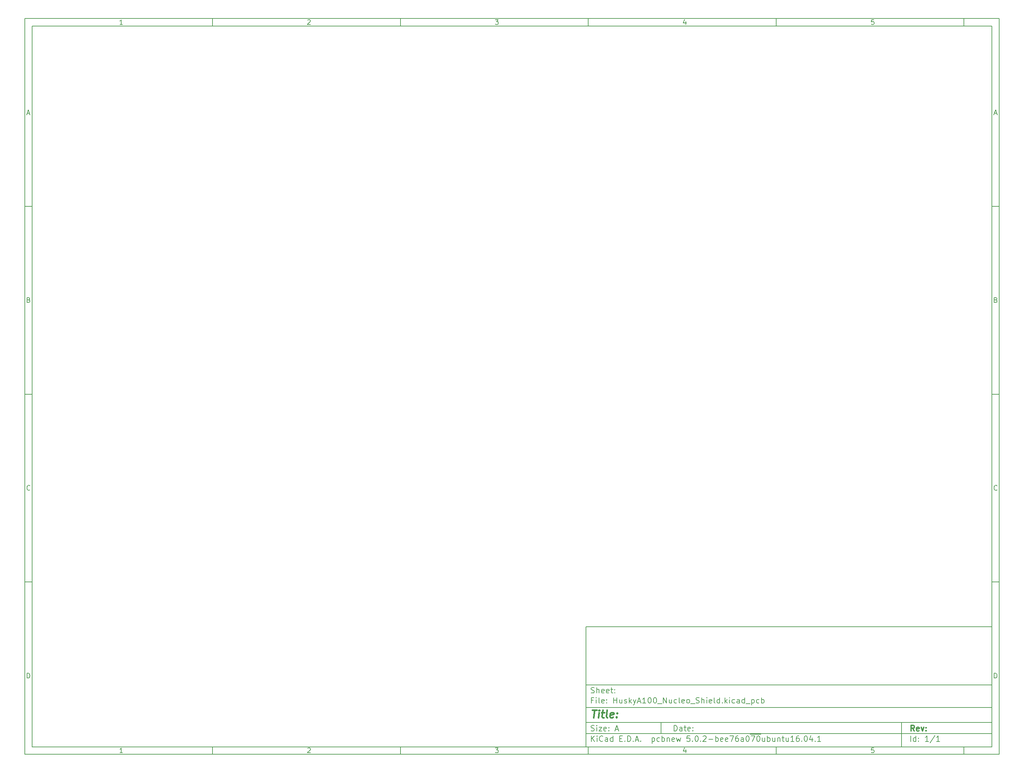
<source format=gbr>
G04 #@! TF.GenerationSoftware,KiCad,Pcbnew,5.0.2-bee76a0~70~ubuntu16.04.1*
G04 #@! TF.CreationDate,2019-01-25T11:05:23-05:00*
G04 #@! TF.ProjectId,HuskyA100_Nucleo_Shield,4875736b-7941-4313-9030-5f4e75636c65,rev?*
G04 #@! TF.SameCoordinates,Original*
G04 #@! TF.FileFunction,Paste,Bot*
G04 #@! TF.FilePolarity,Positive*
%FSLAX46Y46*%
G04 Gerber Fmt 4.6, Leading zero omitted, Abs format (unit mm)*
G04 Created by KiCad (PCBNEW 5.0.2-bee76a0~70~ubuntu16.04.1) date Fri 25 Jan 2019 11:05:23 AM EST*
%MOMM*%
%LPD*%
G01*
G04 APERTURE LIST*
%ADD10C,0.100000*%
%ADD11C,0.150000*%
%ADD12C,0.300000*%
%ADD13C,0.400000*%
G04 APERTURE END LIST*
D10*
D11*
X159400000Y-171900000D02*
X159400000Y-203900000D01*
X267400000Y-203900000D01*
X267400000Y-171900000D01*
X159400000Y-171900000D01*
D10*
D11*
X10000000Y-10000000D02*
X10000000Y-205900000D01*
X269400000Y-205900000D01*
X269400000Y-10000000D01*
X10000000Y-10000000D01*
D10*
D11*
X12000000Y-12000000D02*
X12000000Y-203900000D01*
X267400000Y-203900000D01*
X267400000Y-12000000D01*
X12000000Y-12000000D01*
D10*
D11*
X60000000Y-12000000D02*
X60000000Y-10000000D01*
D10*
D11*
X110000000Y-12000000D02*
X110000000Y-10000000D01*
D10*
D11*
X160000000Y-12000000D02*
X160000000Y-10000000D01*
D10*
D11*
X210000000Y-12000000D02*
X210000000Y-10000000D01*
D10*
D11*
X260000000Y-12000000D02*
X260000000Y-10000000D01*
D10*
D11*
X36065476Y-11588095D02*
X35322619Y-11588095D01*
X35694047Y-11588095D02*
X35694047Y-10288095D01*
X35570238Y-10473809D01*
X35446428Y-10597619D01*
X35322619Y-10659523D01*
D10*
D11*
X85322619Y-10411904D02*
X85384523Y-10350000D01*
X85508333Y-10288095D01*
X85817857Y-10288095D01*
X85941666Y-10350000D01*
X86003571Y-10411904D01*
X86065476Y-10535714D01*
X86065476Y-10659523D01*
X86003571Y-10845238D01*
X85260714Y-11588095D01*
X86065476Y-11588095D01*
D10*
D11*
X135260714Y-10288095D02*
X136065476Y-10288095D01*
X135632142Y-10783333D01*
X135817857Y-10783333D01*
X135941666Y-10845238D01*
X136003571Y-10907142D01*
X136065476Y-11030952D01*
X136065476Y-11340476D01*
X136003571Y-11464285D01*
X135941666Y-11526190D01*
X135817857Y-11588095D01*
X135446428Y-11588095D01*
X135322619Y-11526190D01*
X135260714Y-11464285D01*
D10*
D11*
X185941666Y-10721428D02*
X185941666Y-11588095D01*
X185632142Y-10226190D02*
X185322619Y-11154761D01*
X186127380Y-11154761D01*
D10*
D11*
X236003571Y-10288095D02*
X235384523Y-10288095D01*
X235322619Y-10907142D01*
X235384523Y-10845238D01*
X235508333Y-10783333D01*
X235817857Y-10783333D01*
X235941666Y-10845238D01*
X236003571Y-10907142D01*
X236065476Y-11030952D01*
X236065476Y-11340476D01*
X236003571Y-11464285D01*
X235941666Y-11526190D01*
X235817857Y-11588095D01*
X235508333Y-11588095D01*
X235384523Y-11526190D01*
X235322619Y-11464285D01*
D10*
D11*
X60000000Y-203900000D02*
X60000000Y-205900000D01*
D10*
D11*
X110000000Y-203900000D02*
X110000000Y-205900000D01*
D10*
D11*
X160000000Y-203900000D02*
X160000000Y-205900000D01*
D10*
D11*
X210000000Y-203900000D02*
X210000000Y-205900000D01*
D10*
D11*
X260000000Y-203900000D02*
X260000000Y-205900000D01*
D10*
D11*
X36065476Y-205488095D02*
X35322619Y-205488095D01*
X35694047Y-205488095D02*
X35694047Y-204188095D01*
X35570238Y-204373809D01*
X35446428Y-204497619D01*
X35322619Y-204559523D01*
D10*
D11*
X85322619Y-204311904D02*
X85384523Y-204250000D01*
X85508333Y-204188095D01*
X85817857Y-204188095D01*
X85941666Y-204250000D01*
X86003571Y-204311904D01*
X86065476Y-204435714D01*
X86065476Y-204559523D01*
X86003571Y-204745238D01*
X85260714Y-205488095D01*
X86065476Y-205488095D01*
D10*
D11*
X135260714Y-204188095D02*
X136065476Y-204188095D01*
X135632142Y-204683333D01*
X135817857Y-204683333D01*
X135941666Y-204745238D01*
X136003571Y-204807142D01*
X136065476Y-204930952D01*
X136065476Y-205240476D01*
X136003571Y-205364285D01*
X135941666Y-205426190D01*
X135817857Y-205488095D01*
X135446428Y-205488095D01*
X135322619Y-205426190D01*
X135260714Y-205364285D01*
D10*
D11*
X185941666Y-204621428D02*
X185941666Y-205488095D01*
X185632142Y-204126190D02*
X185322619Y-205054761D01*
X186127380Y-205054761D01*
D10*
D11*
X236003571Y-204188095D02*
X235384523Y-204188095D01*
X235322619Y-204807142D01*
X235384523Y-204745238D01*
X235508333Y-204683333D01*
X235817857Y-204683333D01*
X235941666Y-204745238D01*
X236003571Y-204807142D01*
X236065476Y-204930952D01*
X236065476Y-205240476D01*
X236003571Y-205364285D01*
X235941666Y-205426190D01*
X235817857Y-205488095D01*
X235508333Y-205488095D01*
X235384523Y-205426190D01*
X235322619Y-205364285D01*
D10*
D11*
X10000000Y-60000000D02*
X12000000Y-60000000D01*
D10*
D11*
X10000000Y-110000000D02*
X12000000Y-110000000D01*
D10*
D11*
X10000000Y-160000000D02*
X12000000Y-160000000D01*
D10*
D11*
X10690476Y-35216666D02*
X11309523Y-35216666D01*
X10566666Y-35588095D02*
X11000000Y-34288095D01*
X11433333Y-35588095D01*
D10*
D11*
X11092857Y-84907142D02*
X11278571Y-84969047D01*
X11340476Y-85030952D01*
X11402380Y-85154761D01*
X11402380Y-85340476D01*
X11340476Y-85464285D01*
X11278571Y-85526190D01*
X11154761Y-85588095D01*
X10659523Y-85588095D01*
X10659523Y-84288095D01*
X11092857Y-84288095D01*
X11216666Y-84350000D01*
X11278571Y-84411904D01*
X11340476Y-84535714D01*
X11340476Y-84659523D01*
X11278571Y-84783333D01*
X11216666Y-84845238D01*
X11092857Y-84907142D01*
X10659523Y-84907142D01*
D10*
D11*
X11402380Y-135464285D02*
X11340476Y-135526190D01*
X11154761Y-135588095D01*
X11030952Y-135588095D01*
X10845238Y-135526190D01*
X10721428Y-135402380D01*
X10659523Y-135278571D01*
X10597619Y-135030952D01*
X10597619Y-134845238D01*
X10659523Y-134597619D01*
X10721428Y-134473809D01*
X10845238Y-134350000D01*
X11030952Y-134288095D01*
X11154761Y-134288095D01*
X11340476Y-134350000D01*
X11402380Y-134411904D01*
D10*
D11*
X10659523Y-185588095D02*
X10659523Y-184288095D01*
X10969047Y-184288095D01*
X11154761Y-184350000D01*
X11278571Y-184473809D01*
X11340476Y-184597619D01*
X11402380Y-184845238D01*
X11402380Y-185030952D01*
X11340476Y-185278571D01*
X11278571Y-185402380D01*
X11154761Y-185526190D01*
X10969047Y-185588095D01*
X10659523Y-185588095D01*
D10*
D11*
X269400000Y-60000000D02*
X267400000Y-60000000D01*
D10*
D11*
X269400000Y-110000000D02*
X267400000Y-110000000D01*
D10*
D11*
X269400000Y-160000000D02*
X267400000Y-160000000D01*
D10*
D11*
X268090476Y-35216666D02*
X268709523Y-35216666D01*
X267966666Y-35588095D02*
X268400000Y-34288095D01*
X268833333Y-35588095D01*
D10*
D11*
X268492857Y-84907142D02*
X268678571Y-84969047D01*
X268740476Y-85030952D01*
X268802380Y-85154761D01*
X268802380Y-85340476D01*
X268740476Y-85464285D01*
X268678571Y-85526190D01*
X268554761Y-85588095D01*
X268059523Y-85588095D01*
X268059523Y-84288095D01*
X268492857Y-84288095D01*
X268616666Y-84350000D01*
X268678571Y-84411904D01*
X268740476Y-84535714D01*
X268740476Y-84659523D01*
X268678571Y-84783333D01*
X268616666Y-84845238D01*
X268492857Y-84907142D01*
X268059523Y-84907142D01*
D10*
D11*
X268802380Y-135464285D02*
X268740476Y-135526190D01*
X268554761Y-135588095D01*
X268430952Y-135588095D01*
X268245238Y-135526190D01*
X268121428Y-135402380D01*
X268059523Y-135278571D01*
X267997619Y-135030952D01*
X267997619Y-134845238D01*
X268059523Y-134597619D01*
X268121428Y-134473809D01*
X268245238Y-134350000D01*
X268430952Y-134288095D01*
X268554761Y-134288095D01*
X268740476Y-134350000D01*
X268802380Y-134411904D01*
D10*
D11*
X268059523Y-185588095D02*
X268059523Y-184288095D01*
X268369047Y-184288095D01*
X268554761Y-184350000D01*
X268678571Y-184473809D01*
X268740476Y-184597619D01*
X268802380Y-184845238D01*
X268802380Y-185030952D01*
X268740476Y-185278571D01*
X268678571Y-185402380D01*
X268554761Y-185526190D01*
X268369047Y-185588095D01*
X268059523Y-185588095D01*
D10*
D11*
X182832142Y-199678571D02*
X182832142Y-198178571D01*
X183189285Y-198178571D01*
X183403571Y-198250000D01*
X183546428Y-198392857D01*
X183617857Y-198535714D01*
X183689285Y-198821428D01*
X183689285Y-199035714D01*
X183617857Y-199321428D01*
X183546428Y-199464285D01*
X183403571Y-199607142D01*
X183189285Y-199678571D01*
X182832142Y-199678571D01*
X184975000Y-199678571D02*
X184975000Y-198892857D01*
X184903571Y-198750000D01*
X184760714Y-198678571D01*
X184475000Y-198678571D01*
X184332142Y-198750000D01*
X184975000Y-199607142D02*
X184832142Y-199678571D01*
X184475000Y-199678571D01*
X184332142Y-199607142D01*
X184260714Y-199464285D01*
X184260714Y-199321428D01*
X184332142Y-199178571D01*
X184475000Y-199107142D01*
X184832142Y-199107142D01*
X184975000Y-199035714D01*
X185475000Y-198678571D02*
X186046428Y-198678571D01*
X185689285Y-198178571D02*
X185689285Y-199464285D01*
X185760714Y-199607142D01*
X185903571Y-199678571D01*
X186046428Y-199678571D01*
X187117857Y-199607142D02*
X186975000Y-199678571D01*
X186689285Y-199678571D01*
X186546428Y-199607142D01*
X186475000Y-199464285D01*
X186475000Y-198892857D01*
X186546428Y-198750000D01*
X186689285Y-198678571D01*
X186975000Y-198678571D01*
X187117857Y-198750000D01*
X187189285Y-198892857D01*
X187189285Y-199035714D01*
X186475000Y-199178571D01*
X187832142Y-199535714D02*
X187903571Y-199607142D01*
X187832142Y-199678571D01*
X187760714Y-199607142D01*
X187832142Y-199535714D01*
X187832142Y-199678571D01*
X187832142Y-198750000D02*
X187903571Y-198821428D01*
X187832142Y-198892857D01*
X187760714Y-198821428D01*
X187832142Y-198750000D01*
X187832142Y-198892857D01*
D10*
D11*
X159400000Y-200400000D02*
X267400000Y-200400000D01*
D10*
D11*
X160832142Y-202478571D02*
X160832142Y-200978571D01*
X161689285Y-202478571D02*
X161046428Y-201621428D01*
X161689285Y-200978571D02*
X160832142Y-201835714D01*
X162332142Y-202478571D02*
X162332142Y-201478571D01*
X162332142Y-200978571D02*
X162260714Y-201050000D01*
X162332142Y-201121428D01*
X162403571Y-201050000D01*
X162332142Y-200978571D01*
X162332142Y-201121428D01*
X163903571Y-202335714D02*
X163832142Y-202407142D01*
X163617857Y-202478571D01*
X163475000Y-202478571D01*
X163260714Y-202407142D01*
X163117857Y-202264285D01*
X163046428Y-202121428D01*
X162975000Y-201835714D01*
X162975000Y-201621428D01*
X163046428Y-201335714D01*
X163117857Y-201192857D01*
X163260714Y-201050000D01*
X163475000Y-200978571D01*
X163617857Y-200978571D01*
X163832142Y-201050000D01*
X163903571Y-201121428D01*
X165189285Y-202478571D02*
X165189285Y-201692857D01*
X165117857Y-201550000D01*
X164975000Y-201478571D01*
X164689285Y-201478571D01*
X164546428Y-201550000D01*
X165189285Y-202407142D02*
X165046428Y-202478571D01*
X164689285Y-202478571D01*
X164546428Y-202407142D01*
X164475000Y-202264285D01*
X164475000Y-202121428D01*
X164546428Y-201978571D01*
X164689285Y-201907142D01*
X165046428Y-201907142D01*
X165189285Y-201835714D01*
X166546428Y-202478571D02*
X166546428Y-200978571D01*
X166546428Y-202407142D02*
X166403571Y-202478571D01*
X166117857Y-202478571D01*
X165975000Y-202407142D01*
X165903571Y-202335714D01*
X165832142Y-202192857D01*
X165832142Y-201764285D01*
X165903571Y-201621428D01*
X165975000Y-201550000D01*
X166117857Y-201478571D01*
X166403571Y-201478571D01*
X166546428Y-201550000D01*
X168403571Y-201692857D02*
X168903571Y-201692857D01*
X169117857Y-202478571D02*
X168403571Y-202478571D01*
X168403571Y-200978571D01*
X169117857Y-200978571D01*
X169760714Y-202335714D02*
X169832142Y-202407142D01*
X169760714Y-202478571D01*
X169689285Y-202407142D01*
X169760714Y-202335714D01*
X169760714Y-202478571D01*
X170475000Y-202478571D02*
X170475000Y-200978571D01*
X170832142Y-200978571D01*
X171046428Y-201050000D01*
X171189285Y-201192857D01*
X171260714Y-201335714D01*
X171332142Y-201621428D01*
X171332142Y-201835714D01*
X171260714Y-202121428D01*
X171189285Y-202264285D01*
X171046428Y-202407142D01*
X170832142Y-202478571D01*
X170475000Y-202478571D01*
X171975000Y-202335714D02*
X172046428Y-202407142D01*
X171975000Y-202478571D01*
X171903571Y-202407142D01*
X171975000Y-202335714D01*
X171975000Y-202478571D01*
X172617857Y-202050000D02*
X173332142Y-202050000D01*
X172475000Y-202478571D02*
X172975000Y-200978571D01*
X173475000Y-202478571D01*
X173975000Y-202335714D02*
X174046428Y-202407142D01*
X173975000Y-202478571D01*
X173903571Y-202407142D01*
X173975000Y-202335714D01*
X173975000Y-202478571D01*
X176975000Y-201478571D02*
X176975000Y-202978571D01*
X176975000Y-201550000D02*
X177117857Y-201478571D01*
X177403571Y-201478571D01*
X177546428Y-201550000D01*
X177617857Y-201621428D01*
X177689285Y-201764285D01*
X177689285Y-202192857D01*
X177617857Y-202335714D01*
X177546428Y-202407142D01*
X177403571Y-202478571D01*
X177117857Y-202478571D01*
X176975000Y-202407142D01*
X178975000Y-202407142D02*
X178832142Y-202478571D01*
X178546428Y-202478571D01*
X178403571Y-202407142D01*
X178332142Y-202335714D01*
X178260714Y-202192857D01*
X178260714Y-201764285D01*
X178332142Y-201621428D01*
X178403571Y-201550000D01*
X178546428Y-201478571D01*
X178832142Y-201478571D01*
X178975000Y-201550000D01*
X179617857Y-202478571D02*
X179617857Y-200978571D01*
X179617857Y-201550000D02*
X179760714Y-201478571D01*
X180046428Y-201478571D01*
X180189285Y-201550000D01*
X180260714Y-201621428D01*
X180332142Y-201764285D01*
X180332142Y-202192857D01*
X180260714Y-202335714D01*
X180189285Y-202407142D01*
X180046428Y-202478571D01*
X179760714Y-202478571D01*
X179617857Y-202407142D01*
X180975000Y-201478571D02*
X180975000Y-202478571D01*
X180975000Y-201621428D02*
X181046428Y-201550000D01*
X181189285Y-201478571D01*
X181403571Y-201478571D01*
X181546428Y-201550000D01*
X181617857Y-201692857D01*
X181617857Y-202478571D01*
X182903571Y-202407142D02*
X182760714Y-202478571D01*
X182475000Y-202478571D01*
X182332142Y-202407142D01*
X182260714Y-202264285D01*
X182260714Y-201692857D01*
X182332142Y-201550000D01*
X182475000Y-201478571D01*
X182760714Y-201478571D01*
X182903571Y-201550000D01*
X182975000Y-201692857D01*
X182975000Y-201835714D01*
X182260714Y-201978571D01*
X183475000Y-201478571D02*
X183760714Y-202478571D01*
X184046428Y-201764285D01*
X184332142Y-202478571D01*
X184617857Y-201478571D01*
X187046428Y-200978571D02*
X186332142Y-200978571D01*
X186260714Y-201692857D01*
X186332142Y-201621428D01*
X186475000Y-201550000D01*
X186832142Y-201550000D01*
X186975000Y-201621428D01*
X187046428Y-201692857D01*
X187117857Y-201835714D01*
X187117857Y-202192857D01*
X187046428Y-202335714D01*
X186975000Y-202407142D01*
X186832142Y-202478571D01*
X186475000Y-202478571D01*
X186332142Y-202407142D01*
X186260714Y-202335714D01*
X187760714Y-202335714D02*
X187832142Y-202407142D01*
X187760714Y-202478571D01*
X187689285Y-202407142D01*
X187760714Y-202335714D01*
X187760714Y-202478571D01*
X188760714Y-200978571D02*
X188903571Y-200978571D01*
X189046428Y-201050000D01*
X189117857Y-201121428D01*
X189189285Y-201264285D01*
X189260714Y-201550000D01*
X189260714Y-201907142D01*
X189189285Y-202192857D01*
X189117857Y-202335714D01*
X189046428Y-202407142D01*
X188903571Y-202478571D01*
X188760714Y-202478571D01*
X188617857Y-202407142D01*
X188546428Y-202335714D01*
X188475000Y-202192857D01*
X188403571Y-201907142D01*
X188403571Y-201550000D01*
X188475000Y-201264285D01*
X188546428Y-201121428D01*
X188617857Y-201050000D01*
X188760714Y-200978571D01*
X189903571Y-202335714D02*
X189975000Y-202407142D01*
X189903571Y-202478571D01*
X189832142Y-202407142D01*
X189903571Y-202335714D01*
X189903571Y-202478571D01*
X190546428Y-201121428D02*
X190617857Y-201050000D01*
X190760714Y-200978571D01*
X191117857Y-200978571D01*
X191260714Y-201050000D01*
X191332142Y-201121428D01*
X191403571Y-201264285D01*
X191403571Y-201407142D01*
X191332142Y-201621428D01*
X190475000Y-202478571D01*
X191403571Y-202478571D01*
X192046428Y-201907142D02*
X193189285Y-201907142D01*
X193903571Y-202478571D02*
X193903571Y-200978571D01*
X193903571Y-201550000D02*
X194046428Y-201478571D01*
X194332142Y-201478571D01*
X194475000Y-201550000D01*
X194546428Y-201621428D01*
X194617857Y-201764285D01*
X194617857Y-202192857D01*
X194546428Y-202335714D01*
X194475000Y-202407142D01*
X194332142Y-202478571D01*
X194046428Y-202478571D01*
X193903571Y-202407142D01*
X195832142Y-202407142D02*
X195689285Y-202478571D01*
X195403571Y-202478571D01*
X195260714Y-202407142D01*
X195189285Y-202264285D01*
X195189285Y-201692857D01*
X195260714Y-201550000D01*
X195403571Y-201478571D01*
X195689285Y-201478571D01*
X195832142Y-201550000D01*
X195903571Y-201692857D01*
X195903571Y-201835714D01*
X195189285Y-201978571D01*
X197117857Y-202407142D02*
X196975000Y-202478571D01*
X196689285Y-202478571D01*
X196546428Y-202407142D01*
X196475000Y-202264285D01*
X196475000Y-201692857D01*
X196546428Y-201550000D01*
X196689285Y-201478571D01*
X196975000Y-201478571D01*
X197117857Y-201550000D01*
X197189285Y-201692857D01*
X197189285Y-201835714D01*
X196475000Y-201978571D01*
X197689285Y-200978571D02*
X198689285Y-200978571D01*
X198046428Y-202478571D01*
X199903571Y-200978571D02*
X199617857Y-200978571D01*
X199475000Y-201050000D01*
X199403571Y-201121428D01*
X199260714Y-201335714D01*
X199189285Y-201621428D01*
X199189285Y-202192857D01*
X199260714Y-202335714D01*
X199332142Y-202407142D01*
X199475000Y-202478571D01*
X199760714Y-202478571D01*
X199903571Y-202407142D01*
X199975000Y-202335714D01*
X200046428Y-202192857D01*
X200046428Y-201835714D01*
X199975000Y-201692857D01*
X199903571Y-201621428D01*
X199760714Y-201550000D01*
X199475000Y-201550000D01*
X199332142Y-201621428D01*
X199260714Y-201692857D01*
X199189285Y-201835714D01*
X201332142Y-202478571D02*
X201332142Y-201692857D01*
X201260714Y-201550000D01*
X201117857Y-201478571D01*
X200832142Y-201478571D01*
X200689285Y-201550000D01*
X201332142Y-202407142D02*
X201189285Y-202478571D01*
X200832142Y-202478571D01*
X200689285Y-202407142D01*
X200617857Y-202264285D01*
X200617857Y-202121428D01*
X200689285Y-201978571D01*
X200832142Y-201907142D01*
X201189285Y-201907142D01*
X201332142Y-201835714D01*
X202332142Y-200978571D02*
X202475000Y-200978571D01*
X202617857Y-201050000D01*
X202689285Y-201121428D01*
X202760714Y-201264285D01*
X202832142Y-201550000D01*
X202832142Y-201907142D01*
X202760714Y-202192857D01*
X202689285Y-202335714D01*
X202617857Y-202407142D01*
X202475000Y-202478571D01*
X202332142Y-202478571D01*
X202189285Y-202407142D01*
X202117857Y-202335714D01*
X202046428Y-202192857D01*
X201975000Y-201907142D01*
X201975000Y-201550000D01*
X202046428Y-201264285D01*
X202117857Y-201121428D01*
X202189285Y-201050000D01*
X202332142Y-200978571D01*
X203117857Y-200570000D02*
X204546428Y-200570000D01*
X203332142Y-200978571D02*
X204332142Y-200978571D01*
X203689285Y-202478571D01*
X204546428Y-200570000D02*
X205975000Y-200570000D01*
X205189285Y-200978571D02*
X205332142Y-200978571D01*
X205475000Y-201050000D01*
X205546428Y-201121428D01*
X205617857Y-201264285D01*
X205689285Y-201550000D01*
X205689285Y-201907142D01*
X205617857Y-202192857D01*
X205546428Y-202335714D01*
X205475000Y-202407142D01*
X205332142Y-202478571D01*
X205189285Y-202478571D01*
X205046428Y-202407142D01*
X204975000Y-202335714D01*
X204903571Y-202192857D01*
X204832142Y-201907142D01*
X204832142Y-201550000D01*
X204903571Y-201264285D01*
X204975000Y-201121428D01*
X205046428Y-201050000D01*
X205189285Y-200978571D01*
X206975000Y-201478571D02*
X206975000Y-202478571D01*
X206332142Y-201478571D02*
X206332142Y-202264285D01*
X206403571Y-202407142D01*
X206546428Y-202478571D01*
X206760714Y-202478571D01*
X206903571Y-202407142D01*
X206975000Y-202335714D01*
X207689285Y-202478571D02*
X207689285Y-200978571D01*
X207689285Y-201550000D02*
X207832142Y-201478571D01*
X208117857Y-201478571D01*
X208260714Y-201550000D01*
X208332142Y-201621428D01*
X208403571Y-201764285D01*
X208403571Y-202192857D01*
X208332142Y-202335714D01*
X208260714Y-202407142D01*
X208117857Y-202478571D01*
X207832142Y-202478571D01*
X207689285Y-202407142D01*
X209689285Y-201478571D02*
X209689285Y-202478571D01*
X209046428Y-201478571D02*
X209046428Y-202264285D01*
X209117857Y-202407142D01*
X209260714Y-202478571D01*
X209475000Y-202478571D01*
X209617857Y-202407142D01*
X209689285Y-202335714D01*
X210403571Y-201478571D02*
X210403571Y-202478571D01*
X210403571Y-201621428D02*
X210475000Y-201550000D01*
X210617857Y-201478571D01*
X210832142Y-201478571D01*
X210975000Y-201550000D01*
X211046428Y-201692857D01*
X211046428Y-202478571D01*
X211546428Y-201478571D02*
X212117857Y-201478571D01*
X211760714Y-200978571D02*
X211760714Y-202264285D01*
X211832142Y-202407142D01*
X211975000Y-202478571D01*
X212117857Y-202478571D01*
X213260714Y-201478571D02*
X213260714Y-202478571D01*
X212617857Y-201478571D02*
X212617857Y-202264285D01*
X212689285Y-202407142D01*
X212832142Y-202478571D01*
X213046428Y-202478571D01*
X213189285Y-202407142D01*
X213260714Y-202335714D01*
X214760714Y-202478571D02*
X213903571Y-202478571D01*
X214332142Y-202478571D02*
X214332142Y-200978571D01*
X214189285Y-201192857D01*
X214046428Y-201335714D01*
X213903571Y-201407142D01*
X216046428Y-200978571D02*
X215760714Y-200978571D01*
X215617857Y-201050000D01*
X215546428Y-201121428D01*
X215403571Y-201335714D01*
X215332142Y-201621428D01*
X215332142Y-202192857D01*
X215403571Y-202335714D01*
X215475000Y-202407142D01*
X215617857Y-202478571D01*
X215903571Y-202478571D01*
X216046428Y-202407142D01*
X216117857Y-202335714D01*
X216189285Y-202192857D01*
X216189285Y-201835714D01*
X216117857Y-201692857D01*
X216046428Y-201621428D01*
X215903571Y-201550000D01*
X215617857Y-201550000D01*
X215475000Y-201621428D01*
X215403571Y-201692857D01*
X215332142Y-201835714D01*
X216832142Y-202335714D02*
X216903571Y-202407142D01*
X216832142Y-202478571D01*
X216760714Y-202407142D01*
X216832142Y-202335714D01*
X216832142Y-202478571D01*
X217832142Y-200978571D02*
X217975000Y-200978571D01*
X218117857Y-201050000D01*
X218189285Y-201121428D01*
X218260714Y-201264285D01*
X218332142Y-201550000D01*
X218332142Y-201907142D01*
X218260714Y-202192857D01*
X218189285Y-202335714D01*
X218117857Y-202407142D01*
X217975000Y-202478571D01*
X217832142Y-202478571D01*
X217689285Y-202407142D01*
X217617857Y-202335714D01*
X217546428Y-202192857D01*
X217475000Y-201907142D01*
X217475000Y-201550000D01*
X217546428Y-201264285D01*
X217617857Y-201121428D01*
X217689285Y-201050000D01*
X217832142Y-200978571D01*
X219617857Y-201478571D02*
X219617857Y-202478571D01*
X219260714Y-200907142D02*
X218903571Y-201978571D01*
X219832142Y-201978571D01*
X220403571Y-202335714D02*
X220474999Y-202407142D01*
X220403571Y-202478571D01*
X220332142Y-202407142D01*
X220403571Y-202335714D01*
X220403571Y-202478571D01*
X221903571Y-202478571D02*
X221046428Y-202478571D01*
X221475000Y-202478571D02*
X221475000Y-200978571D01*
X221332142Y-201192857D01*
X221189285Y-201335714D01*
X221046428Y-201407142D01*
D10*
D11*
X159400000Y-197400000D02*
X267400000Y-197400000D01*
D10*
D12*
X246809285Y-199678571D02*
X246309285Y-198964285D01*
X245952142Y-199678571D02*
X245952142Y-198178571D01*
X246523571Y-198178571D01*
X246666428Y-198250000D01*
X246737857Y-198321428D01*
X246809285Y-198464285D01*
X246809285Y-198678571D01*
X246737857Y-198821428D01*
X246666428Y-198892857D01*
X246523571Y-198964285D01*
X245952142Y-198964285D01*
X248023571Y-199607142D02*
X247880714Y-199678571D01*
X247595000Y-199678571D01*
X247452142Y-199607142D01*
X247380714Y-199464285D01*
X247380714Y-198892857D01*
X247452142Y-198750000D01*
X247595000Y-198678571D01*
X247880714Y-198678571D01*
X248023571Y-198750000D01*
X248095000Y-198892857D01*
X248095000Y-199035714D01*
X247380714Y-199178571D01*
X248595000Y-198678571D02*
X248952142Y-199678571D01*
X249309285Y-198678571D01*
X249880714Y-199535714D02*
X249952142Y-199607142D01*
X249880714Y-199678571D01*
X249809285Y-199607142D01*
X249880714Y-199535714D01*
X249880714Y-199678571D01*
X249880714Y-198750000D02*
X249952142Y-198821428D01*
X249880714Y-198892857D01*
X249809285Y-198821428D01*
X249880714Y-198750000D01*
X249880714Y-198892857D01*
D10*
D11*
X160760714Y-199607142D02*
X160975000Y-199678571D01*
X161332142Y-199678571D01*
X161475000Y-199607142D01*
X161546428Y-199535714D01*
X161617857Y-199392857D01*
X161617857Y-199250000D01*
X161546428Y-199107142D01*
X161475000Y-199035714D01*
X161332142Y-198964285D01*
X161046428Y-198892857D01*
X160903571Y-198821428D01*
X160832142Y-198750000D01*
X160760714Y-198607142D01*
X160760714Y-198464285D01*
X160832142Y-198321428D01*
X160903571Y-198250000D01*
X161046428Y-198178571D01*
X161403571Y-198178571D01*
X161617857Y-198250000D01*
X162260714Y-199678571D02*
X162260714Y-198678571D01*
X162260714Y-198178571D02*
X162189285Y-198250000D01*
X162260714Y-198321428D01*
X162332142Y-198250000D01*
X162260714Y-198178571D01*
X162260714Y-198321428D01*
X162832142Y-198678571D02*
X163617857Y-198678571D01*
X162832142Y-199678571D01*
X163617857Y-199678571D01*
X164760714Y-199607142D02*
X164617857Y-199678571D01*
X164332142Y-199678571D01*
X164189285Y-199607142D01*
X164117857Y-199464285D01*
X164117857Y-198892857D01*
X164189285Y-198750000D01*
X164332142Y-198678571D01*
X164617857Y-198678571D01*
X164760714Y-198750000D01*
X164832142Y-198892857D01*
X164832142Y-199035714D01*
X164117857Y-199178571D01*
X165475000Y-199535714D02*
X165546428Y-199607142D01*
X165475000Y-199678571D01*
X165403571Y-199607142D01*
X165475000Y-199535714D01*
X165475000Y-199678571D01*
X165475000Y-198750000D02*
X165546428Y-198821428D01*
X165475000Y-198892857D01*
X165403571Y-198821428D01*
X165475000Y-198750000D01*
X165475000Y-198892857D01*
X167260714Y-199250000D02*
X167975000Y-199250000D01*
X167117857Y-199678571D02*
X167617857Y-198178571D01*
X168117857Y-199678571D01*
D10*
D11*
X245832142Y-202478571D02*
X245832142Y-200978571D01*
X247189285Y-202478571D02*
X247189285Y-200978571D01*
X247189285Y-202407142D02*
X247046428Y-202478571D01*
X246760714Y-202478571D01*
X246617857Y-202407142D01*
X246546428Y-202335714D01*
X246475000Y-202192857D01*
X246475000Y-201764285D01*
X246546428Y-201621428D01*
X246617857Y-201550000D01*
X246760714Y-201478571D01*
X247046428Y-201478571D01*
X247189285Y-201550000D01*
X247903571Y-202335714D02*
X247975000Y-202407142D01*
X247903571Y-202478571D01*
X247832142Y-202407142D01*
X247903571Y-202335714D01*
X247903571Y-202478571D01*
X247903571Y-201550000D02*
X247975000Y-201621428D01*
X247903571Y-201692857D01*
X247832142Y-201621428D01*
X247903571Y-201550000D01*
X247903571Y-201692857D01*
X250546428Y-202478571D02*
X249689285Y-202478571D01*
X250117857Y-202478571D02*
X250117857Y-200978571D01*
X249975000Y-201192857D01*
X249832142Y-201335714D01*
X249689285Y-201407142D01*
X252260714Y-200907142D02*
X250975000Y-202835714D01*
X253546428Y-202478571D02*
X252689285Y-202478571D01*
X253117857Y-202478571D02*
X253117857Y-200978571D01*
X252975000Y-201192857D01*
X252832142Y-201335714D01*
X252689285Y-201407142D01*
D10*
D11*
X159400000Y-193400000D02*
X267400000Y-193400000D01*
D10*
D13*
X161112380Y-194104761D02*
X162255238Y-194104761D01*
X161433809Y-196104761D02*
X161683809Y-194104761D01*
X162671904Y-196104761D02*
X162838571Y-194771428D01*
X162921904Y-194104761D02*
X162814761Y-194200000D01*
X162898095Y-194295238D01*
X163005238Y-194200000D01*
X162921904Y-194104761D01*
X162898095Y-194295238D01*
X163505238Y-194771428D02*
X164267142Y-194771428D01*
X163874285Y-194104761D02*
X163660000Y-195819047D01*
X163731428Y-196009523D01*
X163910000Y-196104761D01*
X164100476Y-196104761D01*
X165052857Y-196104761D02*
X164874285Y-196009523D01*
X164802857Y-195819047D01*
X165017142Y-194104761D01*
X166588571Y-196009523D02*
X166386190Y-196104761D01*
X166005238Y-196104761D01*
X165826666Y-196009523D01*
X165755238Y-195819047D01*
X165850476Y-195057142D01*
X165969523Y-194866666D01*
X166171904Y-194771428D01*
X166552857Y-194771428D01*
X166731428Y-194866666D01*
X166802857Y-195057142D01*
X166779047Y-195247619D01*
X165802857Y-195438095D01*
X167552857Y-195914285D02*
X167636190Y-196009523D01*
X167529047Y-196104761D01*
X167445714Y-196009523D01*
X167552857Y-195914285D01*
X167529047Y-196104761D01*
X167683809Y-194866666D02*
X167767142Y-194961904D01*
X167660000Y-195057142D01*
X167576666Y-194961904D01*
X167683809Y-194866666D01*
X167660000Y-195057142D01*
D10*
D11*
X161332142Y-191492857D02*
X160832142Y-191492857D01*
X160832142Y-192278571D02*
X160832142Y-190778571D01*
X161546428Y-190778571D01*
X162117857Y-192278571D02*
X162117857Y-191278571D01*
X162117857Y-190778571D02*
X162046428Y-190850000D01*
X162117857Y-190921428D01*
X162189285Y-190850000D01*
X162117857Y-190778571D01*
X162117857Y-190921428D01*
X163046428Y-192278571D02*
X162903571Y-192207142D01*
X162832142Y-192064285D01*
X162832142Y-190778571D01*
X164189285Y-192207142D02*
X164046428Y-192278571D01*
X163760714Y-192278571D01*
X163617857Y-192207142D01*
X163546428Y-192064285D01*
X163546428Y-191492857D01*
X163617857Y-191350000D01*
X163760714Y-191278571D01*
X164046428Y-191278571D01*
X164189285Y-191350000D01*
X164260714Y-191492857D01*
X164260714Y-191635714D01*
X163546428Y-191778571D01*
X164903571Y-192135714D02*
X164975000Y-192207142D01*
X164903571Y-192278571D01*
X164832142Y-192207142D01*
X164903571Y-192135714D01*
X164903571Y-192278571D01*
X164903571Y-191350000D02*
X164975000Y-191421428D01*
X164903571Y-191492857D01*
X164832142Y-191421428D01*
X164903571Y-191350000D01*
X164903571Y-191492857D01*
X166760714Y-192278571D02*
X166760714Y-190778571D01*
X166760714Y-191492857D02*
X167617857Y-191492857D01*
X167617857Y-192278571D02*
X167617857Y-190778571D01*
X168975000Y-191278571D02*
X168975000Y-192278571D01*
X168332142Y-191278571D02*
X168332142Y-192064285D01*
X168403571Y-192207142D01*
X168546428Y-192278571D01*
X168760714Y-192278571D01*
X168903571Y-192207142D01*
X168975000Y-192135714D01*
X169617857Y-192207142D02*
X169760714Y-192278571D01*
X170046428Y-192278571D01*
X170189285Y-192207142D01*
X170260714Y-192064285D01*
X170260714Y-191992857D01*
X170189285Y-191850000D01*
X170046428Y-191778571D01*
X169832142Y-191778571D01*
X169689285Y-191707142D01*
X169617857Y-191564285D01*
X169617857Y-191492857D01*
X169689285Y-191350000D01*
X169832142Y-191278571D01*
X170046428Y-191278571D01*
X170189285Y-191350000D01*
X170903571Y-192278571D02*
X170903571Y-190778571D01*
X171046428Y-191707142D02*
X171475000Y-192278571D01*
X171475000Y-191278571D02*
X170903571Y-191850000D01*
X171975000Y-191278571D02*
X172332142Y-192278571D01*
X172689285Y-191278571D02*
X172332142Y-192278571D01*
X172189285Y-192635714D01*
X172117857Y-192707142D01*
X171975000Y-192778571D01*
X173189285Y-191850000D02*
X173903571Y-191850000D01*
X173046428Y-192278571D02*
X173546428Y-190778571D01*
X174046428Y-192278571D01*
X175332142Y-192278571D02*
X174475000Y-192278571D01*
X174903571Y-192278571D02*
X174903571Y-190778571D01*
X174760714Y-190992857D01*
X174617857Y-191135714D01*
X174475000Y-191207142D01*
X176260714Y-190778571D02*
X176403571Y-190778571D01*
X176546428Y-190850000D01*
X176617857Y-190921428D01*
X176689285Y-191064285D01*
X176760714Y-191350000D01*
X176760714Y-191707142D01*
X176689285Y-191992857D01*
X176617857Y-192135714D01*
X176546428Y-192207142D01*
X176403571Y-192278571D01*
X176260714Y-192278571D01*
X176117857Y-192207142D01*
X176046428Y-192135714D01*
X175975000Y-191992857D01*
X175903571Y-191707142D01*
X175903571Y-191350000D01*
X175975000Y-191064285D01*
X176046428Y-190921428D01*
X176117857Y-190850000D01*
X176260714Y-190778571D01*
X177689285Y-190778571D02*
X177832142Y-190778571D01*
X177975000Y-190850000D01*
X178046428Y-190921428D01*
X178117857Y-191064285D01*
X178189285Y-191350000D01*
X178189285Y-191707142D01*
X178117857Y-191992857D01*
X178046428Y-192135714D01*
X177975000Y-192207142D01*
X177832142Y-192278571D01*
X177689285Y-192278571D01*
X177546428Y-192207142D01*
X177475000Y-192135714D01*
X177403571Y-191992857D01*
X177332142Y-191707142D01*
X177332142Y-191350000D01*
X177403571Y-191064285D01*
X177475000Y-190921428D01*
X177546428Y-190850000D01*
X177689285Y-190778571D01*
X178475000Y-192421428D02*
X179617857Y-192421428D01*
X179975000Y-192278571D02*
X179975000Y-190778571D01*
X180832142Y-192278571D01*
X180832142Y-190778571D01*
X182189285Y-191278571D02*
X182189285Y-192278571D01*
X181546428Y-191278571D02*
X181546428Y-192064285D01*
X181617857Y-192207142D01*
X181760714Y-192278571D01*
X181975000Y-192278571D01*
X182117857Y-192207142D01*
X182189285Y-192135714D01*
X183546428Y-192207142D02*
X183403571Y-192278571D01*
X183117857Y-192278571D01*
X182975000Y-192207142D01*
X182903571Y-192135714D01*
X182832142Y-191992857D01*
X182832142Y-191564285D01*
X182903571Y-191421428D01*
X182975000Y-191350000D01*
X183117857Y-191278571D01*
X183403571Y-191278571D01*
X183546428Y-191350000D01*
X184403571Y-192278571D02*
X184260714Y-192207142D01*
X184189285Y-192064285D01*
X184189285Y-190778571D01*
X185546428Y-192207142D02*
X185403571Y-192278571D01*
X185117857Y-192278571D01*
X184975000Y-192207142D01*
X184903571Y-192064285D01*
X184903571Y-191492857D01*
X184975000Y-191350000D01*
X185117857Y-191278571D01*
X185403571Y-191278571D01*
X185546428Y-191350000D01*
X185617857Y-191492857D01*
X185617857Y-191635714D01*
X184903571Y-191778571D01*
X186475000Y-192278571D02*
X186332142Y-192207142D01*
X186260714Y-192135714D01*
X186189285Y-191992857D01*
X186189285Y-191564285D01*
X186260714Y-191421428D01*
X186332142Y-191350000D01*
X186475000Y-191278571D01*
X186689285Y-191278571D01*
X186832142Y-191350000D01*
X186903571Y-191421428D01*
X186975000Y-191564285D01*
X186975000Y-191992857D01*
X186903571Y-192135714D01*
X186832142Y-192207142D01*
X186689285Y-192278571D01*
X186475000Y-192278571D01*
X187260714Y-192421428D02*
X188403571Y-192421428D01*
X188689285Y-192207142D02*
X188903571Y-192278571D01*
X189260714Y-192278571D01*
X189403571Y-192207142D01*
X189475000Y-192135714D01*
X189546428Y-191992857D01*
X189546428Y-191850000D01*
X189475000Y-191707142D01*
X189403571Y-191635714D01*
X189260714Y-191564285D01*
X188975000Y-191492857D01*
X188832142Y-191421428D01*
X188760714Y-191350000D01*
X188689285Y-191207142D01*
X188689285Y-191064285D01*
X188760714Y-190921428D01*
X188832142Y-190850000D01*
X188975000Y-190778571D01*
X189332142Y-190778571D01*
X189546428Y-190850000D01*
X190189285Y-192278571D02*
X190189285Y-190778571D01*
X190832142Y-192278571D02*
X190832142Y-191492857D01*
X190760714Y-191350000D01*
X190617857Y-191278571D01*
X190403571Y-191278571D01*
X190260714Y-191350000D01*
X190189285Y-191421428D01*
X191546428Y-192278571D02*
X191546428Y-191278571D01*
X191546428Y-190778571D02*
X191475000Y-190850000D01*
X191546428Y-190921428D01*
X191617857Y-190850000D01*
X191546428Y-190778571D01*
X191546428Y-190921428D01*
X192832142Y-192207142D02*
X192689285Y-192278571D01*
X192403571Y-192278571D01*
X192260714Y-192207142D01*
X192189285Y-192064285D01*
X192189285Y-191492857D01*
X192260714Y-191350000D01*
X192403571Y-191278571D01*
X192689285Y-191278571D01*
X192832142Y-191350000D01*
X192903571Y-191492857D01*
X192903571Y-191635714D01*
X192189285Y-191778571D01*
X193760714Y-192278571D02*
X193617857Y-192207142D01*
X193546428Y-192064285D01*
X193546428Y-190778571D01*
X194975000Y-192278571D02*
X194975000Y-190778571D01*
X194975000Y-192207142D02*
X194832142Y-192278571D01*
X194546428Y-192278571D01*
X194403571Y-192207142D01*
X194332142Y-192135714D01*
X194260714Y-191992857D01*
X194260714Y-191564285D01*
X194332142Y-191421428D01*
X194403571Y-191350000D01*
X194546428Y-191278571D01*
X194832142Y-191278571D01*
X194975000Y-191350000D01*
X195689285Y-192135714D02*
X195760714Y-192207142D01*
X195689285Y-192278571D01*
X195617857Y-192207142D01*
X195689285Y-192135714D01*
X195689285Y-192278571D01*
X196403571Y-192278571D02*
X196403571Y-190778571D01*
X196546428Y-191707142D02*
X196975000Y-192278571D01*
X196975000Y-191278571D02*
X196403571Y-191850000D01*
X197617857Y-192278571D02*
X197617857Y-191278571D01*
X197617857Y-190778571D02*
X197546428Y-190850000D01*
X197617857Y-190921428D01*
X197689285Y-190850000D01*
X197617857Y-190778571D01*
X197617857Y-190921428D01*
X198975000Y-192207142D02*
X198832142Y-192278571D01*
X198546428Y-192278571D01*
X198403571Y-192207142D01*
X198332142Y-192135714D01*
X198260714Y-191992857D01*
X198260714Y-191564285D01*
X198332142Y-191421428D01*
X198403571Y-191350000D01*
X198546428Y-191278571D01*
X198832142Y-191278571D01*
X198975000Y-191350000D01*
X200260714Y-192278571D02*
X200260714Y-191492857D01*
X200189285Y-191350000D01*
X200046428Y-191278571D01*
X199760714Y-191278571D01*
X199617857Y-191350000D01*
X200260714Y-192207142D02*
X200117857Y-192278571D01*
X199760714Y-192278571D01*
X199617857Y-192207142D01*
X199546428Y-192064285D01*
X199546428Y-191921428D01*
X199617857Y-191778571D01*
X199760714Y-191707142D01*
X200117857Y-191707142D01*
X200260714Y-191635714D01*
X201617857Y-192278571D02*
X201617857Y-190778571D01*
X201617857Y-192207142D02*
X201475000Y-192278571D01*
X201189285Y-192278571D01*
X201046428Y-192207142D01*
X200975000Y-192135714D01*
X200903571Y-191992857D01*
X200903571Y-191564285D01*
X200975000Y-191421428D01*
X201046428Y-191350000D01*
X201189285Y-191278571D01*
X201475000Y-191278571D01*
X201617857Y-191350000D01*
X201975000Y-192421428D02*
X203117857Y-192421428D01*
X203475000Y-191278571D02*
X203475000Y-192778571D01*
X203475000Y-191350000D02*
X203617857Y-191278571D01*
X203903571Y-191278571D01*
X204046428Y-191350000D01*
X204117857Y-191421428D01*
X204189285Y-191564285D01*
X204189285Y-191992857D01*
X204117857Y-192135714D01*
X204046428Y-192207142D01*
X203903571Y-192278571D01*
X203617857Y-192278571D01*
X203475000Y-192207142D01*
X205475000Y-192207142D02*
X205332142Y-192278571D01*
X205046428Y-192278571D01*
X204903571Y-192207142D01*
X204832142Y-192135714D01*
X204760714Y-191992857D01*
X204760714Y-191564285D01*
X204832142Y-191421428D01*
X204903571Y-191350000D01*
X205046428Y-191278571D01*
X205332142Y-191278571D01*
X205475000Y-191350000D01*
X206117857Y-192278571D02*
X206117857Y-190778571D01*
X206117857Y-191350000D02*
X206260714Y-191278571D01*
X206546428Y-191278571D01*
X206689285Y-191350000D01*
X206760714Y-191421428D01*
X206832142Y-191564285D01*
X206832142Y-191992857D01*
X206760714Y-192135714D01*
X206689285Y-192207142D01*
X206546428Y-192278571D01*
X206260714Y-192278571D01*
X206117857Y-192207142D01*
D10*
D11*
X159400000Y-187400000D02*
X267400000Y-187400000D01*
D10*
D11*
X160760714Y-189507142D02*
X160975000Y-189578571D01*
X161332142Y-189578571D01*
X161475000Y-189507142D01*
X161546428Y-189435714D01*
X161617857Y-189292857D01*
X161617857Y-189150000D01*
X161546428Y-189007142D01*
X161475000Y-188935714D01*
X161332142Y-188864285D01*
X161046428Y-188792857D01*
X160903571Y-188721428D01*
X160832142Y-188650000D01*
X160760714Y-188507142D01*
X160760714Y-188364285D01*
X160832142Y-188221428D01*
X160903571Y-188150000D01*
X161046428Y-188078571D01*
X161403571Y-188078571D01*
X161617857Y-188150000D01*
X162260714Y-189578571D02*
X162260714Y-188078571D01*
X162903571Y-189578571D02*
X162903571Y-188792857D01*
X162832142Y-188650000D01*
X162689285Y-188578571D01*
X162475000Y-188578571D01*
X162332142Y-188650000D01*
X162260714Y-188721428D01*
X164189285Y-189507142D02*
X164046428Y-189578571D01*
X163760714Y-189578571D01*
X163617857Y-189507142D01*
X163546428Y-189364285D01*
X163546428Y-188792857D01*
X163617857Y-188650000D01*
X163760714Y-188578571D01*
X164046428Y-188578571D01*
X164189285Y-188650000D01*
X164260714Y-188792857D01*
X164260714Y-188935714D01*
X163546428Y-189078571D01*
X165475000Y-189507142D02*
X165332142Y-189578571D01*
X165046428Y-189578571D01*
X164903571Y-189507142D01*
X164832142Y-189364285D01*
X164832142Y-188792857D01*
X164903571Y-188650000D01*
X165046428Y-188578571D01*
X165332142Y-188578571D01*
X165475000Y-188650000D01*
X165546428Y-188792857D01*
X165546428Y-188935714D01*
X164832142Y-189078571D01*
X165975000Y-188578571D02*
X166546428Y-188578571D01*
X166189285Y-188078571D02*
X166189285Y-189364285D01*
X166260714Y-189507142D01*
X166403571Y-189578571D01*
X166546428Y-189578571D01*
X167046428Y-189435714D02*
X167117857Y-189507142D01*
X167046428Y-189578571D01*
X166975000Y-189507142D01*
X167046428Y-189435714D01*
X167046428Y-189578571D01*
X167046428Y-188650000D02*
X167117857Y-188721428D01*
X167046428Y-188792857D01*
X166975000Y-188721428D01*
X167046428Y-188650000D01*
X167046428Y-188792857D01*
D10*
D11*
X179400000Y-197400000D02*
X179400000Y-200400000D01*
D10*
D11*
X243400000Y-197400000D02*
X243400000Y-203900000D01*
M02*

</source>
